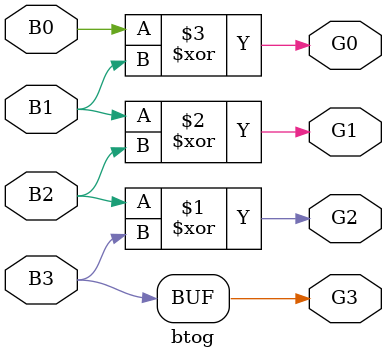
<source format=sv>
`timescale 1ns / 1ps


module btog(
B0,B1,B2,B3,G0,G1,G2,G3

    );
   input logic B0,B1,B2,B3;
   output logic G0,G1,G2,G3;
   assign G3=B3;
   
   xor X1(G2,B2,B3);
   xor X2(G1,B1,B2);
   xor X3(G0,B0,B1);
   
   
endmodule


</source>
